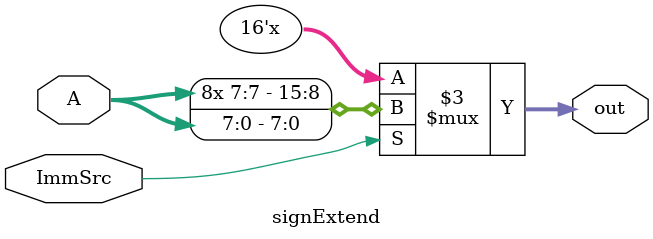
<source format=v>
module signExtend(
    input [7:0] A,
    input ImmSrc,
    output reg [15:0] out
);
always @* begin
    if (ImmSrc) begin
        out = {{8{A[7]}}, A};
    end
end

endmodule

</source>
